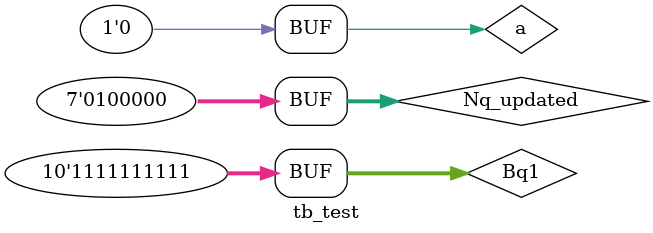
<source format=v>
`timescale 1ns / 1ps
module tb_test();


wire  [9:0] Bq1=-1;//[-128,255+128]
wire [6:0]    Nq_updated=32;

wire a;


assign a=($signed(Bq1)<=$signed(-Nq_updated))?1'b1:1'b0;

endmodule

</source>
